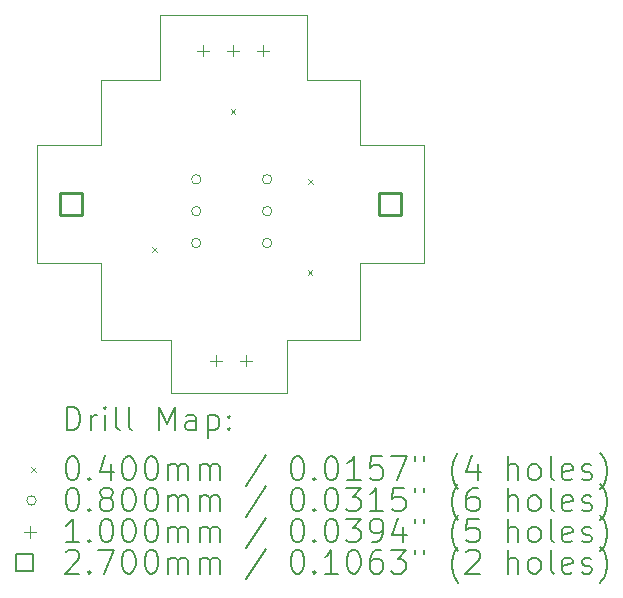
<source format=gbr>
%TF.GenerationSoftware,KiCad,Pcbnew,8.0.5*%
%TF.CreationDate,2024-09-21T18:14:26+02:00*%
%TF.ProjectId,KorryLargePCB_SMD,4b6f7272-794c-4617-9267-655043425f53,rev?*%
%TF.SameCoordinates,Original*%
%TF.FileFunction,Drillmap*%
%TF.FilePolarity,Positive*%
%FSLAX45Y45*%
G04 Gerber Fmt 4.5, Leading zero omitted, Abs format (unit mm)*
G04 Created by KiCad (PCBNEW 8.0.5) date 2024-09-21 18:14:26*
%MOMM*%
%LPD*%
G01*
G04 APERTURE LIST*
%ADD10C,0.100000*%
%ADD11C,0.200000*%
%ADD12C,0.270000*%
G04 APERTURE END LIST*
D10*
X5000000Y-2550000D02*
X5500000Y-2550000D01*
X5500000Y-2000000D02*
X5500000Y-2550000D01*
X7200000Y-4100000D02*
X7200000Y-4750000D01*
X4460000Y-3100000D02*
X5000000Y-3100000D01*
X7740000Y-4100000D02*
X7740000Y-3100000D01*
X5000000Y-4750000D02*
X5000000Y-4100000D01*
X5000000Y-3100000D02*
X5000000Y-2550000D01*
X7200000Y-3100000D02*
X7200000Y-2550000D01*
X6575000Y-5200000D02*
X6575000Y-4750000D01*
X6750000Y-2000000D02*
X6750000Y-2550000D01*
X6575000Y-4750000D02*
X7200000Y-4750000D01*
X5000000Y-4750000D02*
X5600000Y-4750000D01*
X7200000Y-4100000D02*
X7740000Y-4100000D01*
X6575000Y-5200000D02*
X5600000Y-5200000D01*
X5000000Y-4100000D02*
X4460000Y-4100000D01*
X7740000Y-3100000D02*
X7200000Y-3100000D01*
X5600000Y-5200000D02*
X5600000Y-4750000D01*
X4460000Y-4100000D02*
X4460000Y-3100000D01*
X7200000Y-2550000D02*
X6750000Y-2550000D01*
X5500000Y-2000000D02*
X6750000Y-2000000D01*
D11*
D10*
X5435000Y-3962500D02*
X5475000Y-4002500D01*
X5475000Y-3962500D02*
X5435000Y-4002500D01*
X6102500Y-2797500D02*
X6142500Y-2837500D01*
X6142500Y-2797500D02*
X6102500Y-2837500D01*
X6752500Y-4157500D02*
X6792500Y-4197500D01*
X6792500Y-4157500D02*
X6752500Y-4197500D01*
X6757500Y-3390000D02*
X6797500Y-3430000D01*
X6797500Y-3390000D02*
X6757500Y-3430000D01*
X5850000Y-3390000D02*
G75*
G02*
X5770000Y-3390000I-40000J0D01*
G01*
X5770000Y-3390000D02*
G75*
G02*
X5850000Y-3390000I40000J0D01*
G01*
X5850000Y-3660000D02*
G75*
G02*
X5770000Y-3660000I-40000J0D01*
G01*
X5770000Y-3660000D02*
G75*
G02*
X5850000Y-3660000I40000J0D01*
G01*
X5850000Y-3930000D02*
G75*
G02*
X5770000Y-3930000I-40000J0D01*
G01*
X5770000Y-3930000D02*
G75*
G02*
X5850000Y-3930000I40000J0D01*
G01*
X6450000Y-3390000D02*
G75*
G02*
X6370000Y-3390000I-40000J0D01*
G01*
X6370000Y-3390000D02*
G75*
G02*
X6450000Y-3390000I40000J0D01*
G01*
X6450000Y-3660000D02*
G75*
G02*
X6370000Y-3660000I-40000J0D01*
G01*
X6370000Y-3660000D02*
G75*
G02*
X6450000Y-3660000I40000J0D01*
G01*
X6450000Y-3930000D02*
G75*
G02*
X6370000Y-3930000I-40000J0D01*
G01*
X6370000Y-3930000D02*
G75*
G02*
X6450000Y-3930000I40000J0D01*
G01*
X5867000Y-2250000D02*
X5867000Y-2350000D01*
X5817000Y-2300000D02*
X5917000Y-2300000D01*
X5975000Y-4875000D02*
X5975000Y-4975000D01*
X5925000Y-4925000D02*
X6025000Y-4925000D01*
X6121000Y-2250000D02*
X6121000Y-2350000D01*
X6071000Y-2300000D02*
X6171000Y-2300000D01*
X6229000Y-4875000D02*
X6229000Y-4975000D01*
X6179000Y-4925000D02*
X6279000Y-4925000D01*
X6375000Y-2250000D02*
X6375000Y-2350000D01*
X6325000Y-2300000D02*
X6425000Y-2300000D01*
D12*
X4845460Y-3695460D02*
X4845460Y-3504540D01*
X4654540Y-3504540D01*
X4654540Y-3695460D01*
X4845460Y-3695460D01*
X7545460Y-3695460D02*
X7545460Y-3504540D01*
X7354540Y-3504540D01*
X7354540Y-3695460D01*
X7545460Y-3695460D01*
D11*
X4715777Y-5516484D02*
X4715777Y-5316484D01*
X4715777Y-5316484D02*
X4763396Y-5316484D01*
X4763396Y-5316484D02*
X4791967Y-5326008D01*
X4791967Y-5326008D02*
X4811015Y-5345055D01*
X4811015Y-5345055D02*
X4820539Y-5364103D01*
X4820539Y-5364103D02*
X4830063Y-5402198D01*
X4830063Y-5402198D02*
X4830063Y-5430770D01*
X4830063Y-5430770D02*
X4820539Y-5468865D01*
X4820539Y-5468865D02*
X4811015Y-5487912D01*
X4811015Y-5487912D02*
X4791967Y-5506960D01*
X4791967Y-5506960D02*
X4763396Y-5516484D01*
X4763396Y-5516484D02*
X4715777Y-5516484D01*
X4915777Y-5516484D02*
X4915777Y-5383150D01*
X4915777Y-5421246D02*
X4925301Y-5402198D01*
X4925301Y-5402198D02*
X4934824Y-5392674D01*
X4934824Y-5392674D02*
X4953872Y-5383150D01*
X4953872Y-5383150D02*
X4972920Y-5383150D01*
X5039586Y-5516484D02*
X5039586Y-5383150D01*
X5039586Y-5316484D02*
X5030063Y-5326008D01*
X5030063Y-5326008D02*
X5039586Y-5335531D01*
X5039586Y-5335531D02*
X5049110Y-5326008D01*
X5049110Y-5326008D02*
X5039586Y-5316484D01*
X5039586Y-5316484D02*
X5039586Y-5335531D01*
X5163396Y-5516484D02*
X5144348Y-5506960D01*
X5144348Y-5506960D02*
X5134824Y-5487912D01*
X5134824Y-5487912D02*
X5134824Y-5316484D01*
X5268158Y-5516484D02*
X5249110Y-5506960D01*
X5249110Y-5506960D02*
X5239586Y-5487912D01*
X5239586Y-5487912D02*
X5239586Y-5316484D01*
X5496729Y-5516484D02*
X5496729Y-5316484D01*
X5496729Y-5316484D02*
X5563396Y-5459341D01*
X5563396Y-5459341D02*
X5630062Y-5316484D01*
X5630062Y-5316484D02*
X5630062Y-5516484D01*
X5811015Y-5516484D02*
X5811015Y-5411722D01*
X5811015Y-5411722D02*
X5801491Y-5392674D01*
X5801491Y-5392674D02*
X5782443Y-5383150D01*
X5782443Y-5383150D02*
X5744348Y-5383150D01*
X5744348Y-5383150D02*
X5725301Y-5392674D01*
X5811015Y-5506960D02*
X5791967Y-5516484D01*
X5791967Y-5516484D02*
X5744348Y-5516484D01*
X5744348Y-5516484D02*
X5725301Y-5506960D01*
X5725301Y-5506960D02*
X5715777Y-5487912D01*
X5715777Y-5487912D02*
X5715777Y-5468865D01*
X5715777Y-5468865D02*
X5725301Y-5449817D01*
X5725301Y-5449817D02*
X5744348Y-5440293D01*
X5744348Y-5440293D02*
X5791967Y-5440293D01*
X5791967Y-5440293D02*
X5811015Y-5430770D01*
X5906253Y-5383150D02*
X5906253Y-5583150D01*
X5906253Y-5392674D02*
X5925301Y-5383150D01*
X5925301Y-5383150D02*
X5963396Y-5383150D01*
X5963396Y-5383150D02*
X5982443Y-5392674D01*
X5982443Y-5392674D02*
X5991967Y-5402198D01*
X5991967Y-5402198D02*
X6001491Y-5421246D01*
X6001491Y-5421246D02*
X6001491Y-5478389D01*
X6001491Y-5478389D02*
X5991967Y-5497436D01*
X5991967Y-5497436D02*
X5982443Y-5506960D01*
X5982443Y-5506960D02*
X5963396Y-5516484D01*
X5963396Y-5516484D02*
X5925301Y-5516484D01*
X5925301Y-5516484D02*
X5906253Y-5506960D01*
X6087205Y-5497436D02*
X6096729Y-5506960D01*
X6096729Y-5506960D02*
X6087205Y-5516484D01*
X6087205Y-5516484D02*
X6077682Y-5506960D01*
X6077682Y-5506960D02*
X6087205Y-5497436D01*
X6087205Y-5497436D02*
X6087205Y-5516484D01*
X6087205Y-5392674D02*
X6096729Y-5402198D01*
X6096729Y-5402198D02*
X6087205Y-5411722D01*
X6087205Y-5411722D02*
X6077682Y-5402198D01*
X6077682Y-5402198D02*
X6087205Y-5392674D01*
X6087205Y-5392674D02*
X6087205Y-5411722D01*
D10*
X4415000Y-5825000D02*
X4455000Y-5865000D01*
X4455000Y-5825000D02*
X4415000Y-5865000D01*
D11*
X4753872Y-5736484D02*
X4772920Y-5736484D01*
X4772920Y-5736484D02*
X4791967Y-5746008D01*
X4791967Y-5746008D02*
X4801491Y-5755531D01*
X4801491Y-5755531D02*
X4811015Y-5774579D01*
X4811015Y-5774579D02*
X4820539Y-5812674D01*
X4820539Y-5812674D02*
X4820539Y-5860293D01*
X4820539Y-5860293D02*
X4811015Y-5898388D01*
X4811015Y-5898388D02*
X4801491Y-5917436D01*
X4801491Y-5917436D02*
X4791967Y-5926960D01*
X4791967Y-5926960D02*
X4772920Y-5936484D01*
X4772920Y-5936484D02*
X4753872Y-5936484D01*
X4753872Y-5936484D02*
X4734824Y-5926960D01*
X4734824Y-5926960D02*
X4725301Y-5917436D01*
X4725301Y-5917436D02*
X4715777Y-5898388D01*
X4715777Y-5898388D02*
X4706253Y-5860293D01*
X4706253Y-5860293D02*
X4706253Y-5812674D01*
X4706253Y-5812674D02*
X4715777Y-5774579D01*
X4715777Y-5774579D02*
X4725301Y-5755531D01*
X4725301Y-5755531D02*
X4734824Y-5746008D01*
X4734824Y-5746008D02*
X4753872Y-5736484D01*
X4906253Y-5917436D02*
X4915777Y-5926960D01*
X4915777Y-5926960D02*
X4906253Y-5936484D01*
X4906253Y-5936484D02*
X4896729Y-5926960D01*
X4896729Y-5926960D02*
X4906253Y-5917436D01*
X4906253Y-5917436D02*
X4906253Y-5936484D01*
X5087205Y-5803150D02*
X5087205Y-5936484D01*
X5039586Y-5726960D02*
X4991967Y-5869817D01*
X4991967Y-5869817D02*
X5115777Y-5869817D01*
X5230063Y-5736484D02*
X5249110Y-5736484D01*
X5249110Y-5736484D02*
X5268158Y-5746008D01*
X5268158Y-5746008D02*
X5277682Y-5755531D01*
X5277682Y-5755531D02*
X5287205Y-5774579D01*
X5287205Y-5774579D02*
X5296729Y-5812674D01*
X5296729Y-5812674D02*
X5296729Y-5860293D01*
X5296729Y-5860293D02*
X5287205Y-5898388D01*
X5287205Y-5898388D02*
X5277682Y-5917436D01*
X5277682Y-5917436D02*
X5268158Y-5926960D01*
X5268158Y-5926960D02*
X5249110Y-5936484D01*
X5249110Y-5936484D02*
X5230063Y-5936484D01*
X5230063Y-5936484D02*
X5211015Y-5926960D01*
X5211015Y-5926960D02*
X5201491Y-5917436D01*
X5201491Y-5917436D02*
X5191967Y-5898388D01*
X5191967Y-5898388D02*
X5182444Y-5860293D01*
X5182444Y-5860293D02*
X5182444Y-5812674D01*
X5182444Y-5812674D02*
X5191967Y-5774579D01*
X5191967Y-5774579D02*
X5201491Y-5755531D01*
X5201491Y-5755531D02*
X5211015Y-5746008D01*
X5211015Y-5746008D02*
X5230063Y-5736484D01*
X5420539Y-5736484D02*
X5439586Y-5736484D01*
X5439586Y-5736484D02*
X5458634Y-5746008D01*
X5458634Y-5746008D02*
X5468158Y-5755531D01*
X5468158Y-5755531D02*
X5477682Y-5774579D01*
X5477682Y-5774579D02*
X5487205Y-5812674D01*
X5487205Y-5812674D02*
X5487205Y-5860293D01*
X5487205Y-5860293D02*
X5477682Y-5898388D01*
X5477682Y-5898388D02*
X5468158Y-5917436D01*
X5468158Y-5917436D02*
X5458634Y-5926960D01*
X5458634Y-5926960D02*
X5439586Y-5936484D01*
X5439586Y-5936484D02*
X5420539Y-5936484D01*
X5420539Y-5936484D02*
X5401491Y-5926960D01*
X5401491Y-5926960D02*
X5391967Y-5917436D01*
X5391967Y-5917436D02*
X5382444Y-5898388D01*
X5382444Y-5898388D02*
X5372920Y-5860293D01*
X5372920Y-5860293D02*
X5372920Y-5812674D01*
X5372920Y-5812674D02*
X5382444Y-5774579D01*
X5382444Y-5774579D02*
X5391967Y-5755531D01*
X5391967Y-5755531D02*
X5401491Y-5746008D01*
X5401491Y-5746008D02*
X5420539Y-5736484D01*
X5572920Y-5936484D02*
X5572920Y-5803150D01*
X5572920Y-5822198D02*
X5582444Y-5812674D01*
X5582444Y-5812674D02*
X5601491Y-5803150D01*
X5601491Y-5803150D02*
X5630063Y-5803150D01*
X5630063Y-5803150D02*
X5649110Y-5812674D01*
X5649110Y-5812674D02*
X5658634Y-5831722D01*
X5658634Y-5831722D02*
X5658634Y-5936484D01*
X5658634Y-5831722D02*
X5668158Y-5812674D01*
X5668158Y-5812674D02*
X5687205Y-5803150D01*
X5687205Y-5803150D02*
X5715777Y-5803150D01*
X5715777Y-5803150D02*
X5734824Y-5812674D01*
X5734824Y-5812674D02*
X5744348Y-5831722D01*
X5744348Y-5831722D02*
X5744348Y-5936484D01*
X5839586Y-5936484D02*
X5839586Y-5803150D01*
X5839586Y-5822198D02*
X5849110Y-5812674D01*
X5849110Y-5812674D02*
X5868158Y-5803150D01*
X5868158Y-5803150D02*
X5896729Y-5803150D01*
X5896729Y-5803150D02*
X5915777Y-5812674D01*
X5915777Y-5812674D02*
X5925301Y-5831722D01*
X5925301Y-5831722D02*
X5925301Y-5936484D01*
X5925301Y-5831722D02*
X5934824Y-5812674D01*
X5934824Y-5812674D02*
X5953872Y-5803150D01*
X5953872Y-5803150D02*
X5982443Y-5803150D01*
X5982443Y-5803150D02*
X6001491Y-5812674D01*
X6001491Y-5812674D02*
X6011015Y-5831722D01*
X6011015Y-5831722D02*
X6011015Y-5936484D01*
X6401491Y-5726960D02*
X6230063Y-5984103D01*
X6658634Y-5736484D02*
X6677682Y-5736484D01*
X6677682Y-5736484D02*
X6696729Y-5746008D01*
X6696729Y-5746008D02*
X6706253Y-5755531D01*
X6706253Y-5755531D02*
X6715777Y-5774579D01*
X6715777Y-5774579D02*
X6725301Y-5812674D01*
X6725301Y-5812674D02*
X6725301Y-5860293D01*
X6725301Y-5860293D02*
X6715777Y-5898388D01*
X6715777Y-5898388D02*
X6706253Y-5917436D01*
X6706253Y-5917436D02*
X6696729Y-5926960D01*
X6696729Y-5926960D02*
X6677682Y-5936484D01*
X6677682Y-5936484D02*
X6658634Y-5936484D01*
X6658634Y-5936484D02*
X6639586Y-5926960D01*
X6639586Y-5926960D02*
X6630063Y-5917436D01*
X6630063Y-5917436D02*
X6620539Y-5898388D01*
X6620539Y-5898388D02*
X6611015Y-5860293D01*
X6611015Y-5860293D02*
X6611015Y-5812674D01*
X6611015Y-5812674D02*
X6620539Y-5774579D01*
X6620539Y-5774579D02*
X6630063Y-5755531D01*
X6630063Y-5755531D02*
X6639586Y-5746008D01*
X6639586Y-5746008D02*
X6658634Y-5736484D01*
X6811015Y-5917436D02*
X6820539Y-5926960D01*
X6820539Y-5926960D02*
X6811015Y-5936484D01*
X6811015Y-5936484D02*
X6801491Y-5926960D01*
X6801491Y-5926960D02*
X6811015Y-5917436D01*
X6811015Y-5917436D02*
X6811015Y-5936484D01*
X6944348Y-5736484D02*
X6963396Y-5736484D01*
X6963396Y-5736484D02*
X6982444Y-5746008D01*
X6982444Y-5746008D02*
X6991967Y-5755531D01*
X6991967Y-5755531D02*
X7001491Y-5774579D01*
X7001491Y-5774579D02*
X7011015Y-5812674D01*
X7011015Y-5812674D02*
X7011015Y-5860293D01*
X7011015Y-5860293D02*
X7001491Y-5898388D01*
X7001491Y-5898388D02*
X6991967Y-5917436D01*
X6991967Y-5917436D02*
X6982444Y-5926960D01*
X6982444Y-5926960D02*
X6963396Y-5936484D01*
X6963396Y-5936484D02*
X6944348Y-5936484D01*
X6944348Y-5936484D02*
X6925301Y-5926960D01*
X6925301Y-5926960D02*
X6915777Y-5917436D01*
X6915777Y-5917436D02*
X6906253Y-5898388D01*
X6906253Y-5898388D02*
X6896729Y-5860293D01*
X6896729Y-5860293D02*
X6896729Y-5812674D01*
X6896729Y-5812674D02*
X6906253Y-5774579D01*
X6906253Y-5774579D02*
X6915777Y-5755531D01*
X6915777Y-5755531D02*
X6925301Y-5746008D01*
X6925301Y-5746008D02*
X6944348Y-5736484D01*
X7201491Y-5936484D02*
X7087206Y-5936484D01*
X7144348Y-5936484D02*
X7144348Y-5736484D01*
X7144348Y-5736484D02*
X7125301Y-5765055D01*
X7125301Y-5765055D02*
X7106253Y-5784103D01*
X7106253Y-5784103D02*
X7087206Y-5793627D01*
X7382444Y-5736484D02*
X7287206Y-5736484D01*
X7287206Y-5736484D02*
X7277682Y-5831722D01*
X7277682Y-5831722D02*
X7287206Y-5822198D01*
X7287206Y-5822198D02*
X7306253Y-5812674D01*
X7306253Y-5812674D02*
X7353872Y-5812674D01*
X7353872Y-5812674D02*
X7372920Y-5822198D01*
X7372920Y-5822198D02*
X7382444Y-5831722D01*
X7382444Y-5831722D02*
X7391967Y-5850769D01*
X7391967Y-5850769D02*
X7391967Y-5898388D01*
X7391967Y-5898388D02*
X7382444Y-5917436D01*
X7382444Y-5917436D02*
X7372920Y-5926960D01*
X7372920Y-5926960D02*
X7353872Y-5936484D01*
X7353872Y-5936484D02*
X7306253Y-5936484D01*
X7306253Y-5936484D02*
X7287206Y-5926960D01*
X7287206Y-5926960D02*
X7277682Y-5917436D01*
X7458634Y-5736484D02*
X7591967Y-5736484D01*
X7591967Y-5736484D02*
X7506253Y-5936484D01*
X7658634Y-5736484D02*
X7658634Y-5774579D01*
X7734825Y-5736484D02*
X7734825Y-5774579D01*
X8030063Y-6012674D02*
X8020539Y-6003150D01*
X8020539Y-6003150D02*
X8001491Y-5974579D01*
X8001491Y-5974579D02*
X7991968Y-5955531D01*
X7991968Y-5955531D02*
X7982444Y-5926960D01*
X7982444Y-5926960D02*
X7972920Y-5879341D01*
X7972920Y-5879341D02*
X7972920Y-5841246D01*
X7972920Y-5841246D02*
X7982444Y-5793627D01*
X7982444Y-5793627D02*
X7991968Y-5765055D01*
X7991968Y-5765055D02*
X8001491Y-5746008D01*
X8001491Y-5746008D02*
X8020539Y-5717436D01*
X8020539Y-5717436D02*
X8030063Y-5707912D01*
X8191968Y-5803150D02*
X8191968Y-5936484D01*
X8144348Y-5726960D02*
X8096729Y-5869817D01*
X8096729Y-5869817D02*
X8220539Y-5869817D01*
X8449111Y-5936484D02*
X8449111Y-5736484D01*
X8534825Y-5936484D02*
X8534825Y-5831722D01*
X8534825Y-5831722D02*
X8525301Y-5812674D01*
X8525301Y-5812674D02*
X8506253Y-5803150D01*
X8506253Y-5803150D02*
X8477682Y-5803150D01*
X8477682Y-5803150D02*
X8458634Y-5812674D01*
X8458634Y-5812674D02*
X8449111Y-5822198D01*
X8658634Y-5936484D02*
X8639587Y-5926960D01*
X8639587Y-5926960D02*
X8630063Y-5917436D01*
X8630063Y-5917436D02*
X8620539Y-5898388D01*
X8620539Y-5898388D02*
X8620539Y-5841246D01*
X8620539Y-5841246D02*
X8630063Y-5822198D01*
X8630063Y-5822198D02*
X8639587Y-5812674D01*
X8639587Y-5812674D02*
X8658634Y-5803150D01*
X8658634Y-5803150D02*
X8687206Y-5803150D01*
X8687206Y-5803150D02*
X8706253Y-5812674D01*
X8706253Y-5812674D02*
X8715777Y-5822198D01*
X8715777Y-5822198D02*
X8725301Y-5841246D01*
X8725301Y-5841246D02*
X8725301Y-5898388D01*
X8725301Y-5898388D02*
X8715777Y-5917436D01*
X8715777Y-5917436D02*
X8706253Y-5926960D01*
X8706253Y-5926960D02*
X8687206Y-5936484D01*
X8687206Y-5936484D02*
X8658634Y-5936484D01*
X8839587Y-5936484D02*
X8820539Y-5926960D01*
X8820539Y-5926960D02*
X8811015Y-5907912D01*
X8811015Y-5907912D02*
X8811015Y-5736484D01*
X8991968Y-5926960D02*
X8972920Y-5936484D01*
X8972920Y-5936484D02*
X8934825Y-5936484D01*
X8934825Y-5936484D02*
X8915777Y-5926960D01*
X8915777Y-5926960D02*
X8906253Y-5907912D01*
X8906253Y-5907912D02*
X8906253Y-5831722D01*
X8906253Y-5831722D02*
X8915777Y-5812674D01*
X8915777Y-5812674D02*
X8934825Y-5803150D01*
X8934825Y-5803150D02*
X8972920Y-5803150D01*
X8972920Y-5803150D02*
X8991968Y-5812674D01*
X8991968Y-5812674D02*
X9001492Y-5831722D01*
X9001492Y-5831722D02*
X9001492Y-5850769D01*
X9001492Y-5850769D02*
X8906253Y-5869817D01*
X9077682Y-5926960D02*
X9096730Y-5936484D01*
X9096730Y-5936484D02*
X9134825Y-5936484D01*
X9134825Y-5936484D02*
X9153873Y-5926960D01*
X9153873Y-5926960D02*
X9163396Y-5907912D01*
X9163396Y-5907912D02*
X9163396Y-5898388D01*
X9163396Y-5898388D02*
X9153873Y-5879341D01*
X9153873Y-5879341D02*
X9134825Y-5869817D01*
X9134825Y-5869817D02*
X9106253Y-5869817D01*
X9106253Y-5869817D02*
X9087206Y-5860293D01*
X9087206Y-5860293D02*
X9077682Y-5841246D01*
X9077682Y-5841246D02*
X9077682Y-5831722D01*
X9077682Y-5831722D02*
X9087206Y-5812674D01*
X9087206Y-5812674D02*
X9106253Y-5803150D01*
X9106253Y-5803150D02*
X9134825Y-5803150D01*
X9134825Y-5803150D02*
X9153873Y-5812674D01*
X9230063Y-6012674D02*
X9239587Y-6003150D01*
X9239587Y-6003150D02*
X9258634Y-5974579D01*
X9258634Y-5974579D02*
X9268158Y-5955531D01*
X9268158Y-5955531D02*
X9277682Y-5926960D01*
X9277682Y-5926960D02*
X9287206Y-5879341D01*
X9287206Y-5879341D02*
X9287206Y-5841246D01*
X9287206Y-5841246D02*
X9277682Y-5793627D01*
X9277682Y-5793627D02*
X9268158Y-5765055D01*
X9268158Y-5765055D02*
X9258634Y-5746008D01*
X9258634Y-5746008D02*
X9239587Y-5717436D01*
X9239587Y-5717436D02*
X9230063Y-5707912D01*
D10*
X4455000Y-6109000D02*
G75*
G02*
X4375000Y-6109000I-40000J0D01*
G01*
X4375000Y-6109000D02*
G75*
G02*
X4455000Y-6109000I40000J0D01*
G01*
D11*
X4753872Y-6000484D02*
X4772920Y-6000484D01*
X4772920Y-6000484D02*
X4791967Y-6010008D01*
X4791967Y-6010008D02*
X4801491Y-6019531D01*
X4801491Y-6019531D02*
X4811015Y-6038579D01*
X4811015Y-6038579D02*
X4820539Y-6076674D01*
X4820539Y-6076674D02*
X4820539Y-6124293D01*
X4820539Y-6124293D02*
X4811015Y-6162388D01*
X4811015Y-6162388D02*
X4801491Y-6181436D01*
X4801491Y-6181436D02*
X4791967Y-6190960D01*
X4791967Y-6190960D02*
X4772920Y-6200484D01*
X4772920Y-6200484D02*
X4753872Y-6200484D01*
X4753872Y-6200484D02*
X4734824Y-6190960D01*
X4734824Y-6190960D02*
X4725301Y-6181436D01*
X4725301Y-6181436D02*
X4715777Y-6162388D01*
X4715777Y-6162388D02*
X4706253Y-6124293D01*
X4706253Y-6124293D02*
X4706253Y-6076674D01*
X4706253Y-6076674D02*
X4715777Y-6038579D01*
X4715777Y-6038579D02*
X4725301Y-6019531D01*
X4725301Y-6019531D02*
X4734824Y-6010008D01*
X4734824Y-6010008D02*
X4753872Y-6000484D01*
X4906253Y-6181436D02*
X4915777Y-6190960D01*
X4915777Y-6190960D02*
X4906253Y-6200484D01*
X4906253Y-6200484D02*
X4896729Y-6190960D01*
X4896729Y-6190960D02*
X4906253Y-6181436D01*
X4906253Y-6181436D02*
X4906253Y-6200484D01*
X5030063Y-6086198D02*
X5011015Y-6076674D01*
X5011015Y-6076674D02*
X5001491Y-6067150D01*
X5001491Y-6067150D02*
X4991967Y-6048103D01*
X4991967Y-6048103D02*
X4991967Y-6038579D01*
X4991967Y-6038579D02*
X5001491Y-6019531D01*
X5001491Y-6019531D02*
X5011015Y-6010008D01*
X5011015Y-6010008D02*
X5030063Y-6000484D01*
X5030063Y-6000484D02*
X5068158Y-6000484D01*
X5068158Y-6000484D02*
X5087205Y-6010008D01*
X5087205Y-6010008D02*
X5096729Y-6019531D01*
X5096729Y-6019531D02*
X5106253Y-6038579D01*
X5106253Y-6038579D02*
X5106253Y-6048103D01*
X5106253Y-6048103D02*
X5096729Y-6067150D01*
X5096729Y-6067150D02*
X5087205Y-6076674D01*
X5087205Y-6076674D02*
X5068158Y-6086198D01*
X5068158Y-6086198D02*
X5030063Y-6086198D01*
X5030063Y-6086198D02*
X5011015Y-6095722D01*
X5011015Y-6095722D02*
X5001491Y-6105246D01*
X5001491Y-6105246D02*
X4991967Y-6124293D01*
X4991967Y-6124293D02*
X4991967Y-6162388D01*
X4991967Y-6162388D02*
X5001491Y-6181436D01*
X5001491Y-6181436D02*
X5011015Y-6190960D01*
X5011015Y-6190960D02*
X5030063Y-6200484D01*
X5030063Y-6200484D02*
X5068158Y-6200484D01*
X5068158Y-6200484D02*
X5087205Y-6190960D01*
X5087205Y-6190960D02*
X5096729Y-6181436D01*
X5096729Y-6181436D02*
X5106253Y-6162388D01*
X5106253Y-6162388D02*
X5106253Y-6124293D01*
X5106253Y-6124293D02*
X5096729Y-6105246D01*
X5096729Y-6105246D02*
X5087205Y-6095722D01*
X5087205Y-6095722D02*
X5068158Y-6086198D01*
X5230063Y-6000484D02*
X5249110Y-6000484D01*
X5249110Y-6000484D02*
X5268158Y-6010008D01*
X5268158Y-6010008D02*
X5277682Y-6019531D01*
X5277682Y-6019531D02*
X5287205Y-6038579D01*
X5287205Y-6038579D02*
X5296729Y-6076674D01*
X5296729Y-6076674D02*
X5296729Y-6124293D01*
X5296729Y-6124293D02*
X5287205Y-6162388D01*
X5287205Y-6162388D02*
X5277682Y-6181436D01*
X5277682Y-6181436D02*
X5268158Y-6190960D01*
X5268158Y-6190960D02*
X5249110Y-6200484D01*
X5249110Y-6200484D02*
X5230063Y-6200484D01*
X5230063Y-6200484D02*
X5211015Y-6190960D01*
X5211015Y-6190960D02*
X5201491Y-6181436D01*
X5201491Y-6181436D02*
X5191967Y-6162388D01*
X5191967Y-6162388D02*
X5182444Y-6124293D01*
X5182444Y-6124293D02*
X5182444Y-6076674D01*
X5182444Y-6076674D02*
X5191967Y-6038579D01*
X5191967Y-6038579D02*
X5201491Y-6019531D01*
X5201491Y-6019531D02*
X5211015Y-6010008D01*
X5211015Y-6010008D02*
X5230063Y-6000484D01*
X5420539Y-6000484D02*
X5439586Y-6000484D01*
X5439586Y-6000484D02*
X5458634Y-6010008D01*
X5458634Y-6010008D02*
X5468158Y-6019531D01*
X5468158Y-6019531D02*
X5477682Y-6038579D01*
X5477682Y-6038579D02*
X5487205Y-6076674D01*
X5487205Y-6076674D02*
X5487205Y-6124293D01*
X5487205Y-6124293D02*
X5477682Y-6162388D01*
X5477682Y-6162388D02*
X5468158Y-6181436D01*
X5468158Y-6181436D02*
X5458634Y-6190960D01*
X5458634Y-6190960D02*
X5439586Y-6200484D01*
X5439586Y-6200484D02*
X5420539Y-6200484D01*
X5420539Y-6200484D02*
X5401491Y-6190960D01*
X5401491Y-6190960D02*
X5391967Y-6181436D01*
X5391967Y-6181436D02*
X5382444Y-6162388D01*
X5382444Y-6162388D02*
X5372920Y-6124293D01*
X5372920Y-6124293D02*
X5372920Y-6076674D01*
X5372920Y-6076674D02*
X5382444Y-6038579D01*
X5382444Y-6038579D02*
X5391967Y-6019531D01*
X5391967Y-6019531D02*
X5401491Y-6010008D01*
X5401491Y-6010008D02*
X5420539Y-6000484D01*
X5572920Y-6200484D02*
X5572920Y-6067150D01*
X5572920Y-6086198D02*
X5582444Y-6076674D01*
X5582444Y-6076674D02*
X5601491Y-6067150D01*
X5601491Y-6067150D02*
X5630063Y-6067150D01*
X5630063Y-6067150D02*
X5649110Y-6076674D01*
X5649110Y-6076674D02*
X5658634Y-6095722D01*
X5658634Y-6095722D02*
X5658634Y-6200484D01*
X5658634Y-6095722D02*
X5668158Y-6076674D01*
X5668158Y-6076674D02*
X5687205Y-6067150D01*
X5687205Y-6067150D02*
X5715777Y-6067150D01*
X5715777Y-6067150D02*
X5734824Y-6076674D01*
X5734824Y-6076674D02*
X5744348Y-6095722D01*
X5744348Y-6095722D02*
X5744348Y-6200484D01*
X5839586Y-6200484D02*
X5839586Y-6067150D01*
X5839586Y-6086198D02*
X5849110Y-6076674D01*
X5849110Y-6076674D02*
X5868158Y-6067150D01*
X5868158Y-6067150D02*
X5896729Y-6067150D01*
X5896729Y-6067150D02*
X5915777Y-6076674D01*
X5915777Y-6076674D02*
X5925301Y-6095722D01*
X5925301Y-6095722D02*
X5925301Y-6200484D01*
X5925301Y-6095722D02*
X5934824Y-6076674D01*
X5934824Y-6076674D02*
X5953872Y-6067150D01*
X5953872Y-6067150D02*
X5982443Y-6067150D01*
X5982443Y-6067150D02*
X6001491Y-6076674D01*
X6001491Y-6076674D02*
X6011015Y-6095722D01*
X6011015Y-6095722D02*
X6011015Y-6200484D01*
X6401491Y-5990960D02*
X6230063Y-6248103D01*
X6658634Y-6000484D02*
X6677682Y-6000484D01*
X6677682Y-6000484D02*
X6696729Y-6010008D01*
X6696729Y-6010008D02*
X6706253Y-6019531D01*
X6706253Y-6019531D02*
X6715777Y-6038579D01*
X6715777Y-6038579D02*
X6725301Y-6076674D01*
X6725301Y-6076674D02*
X6725301Y-6124293D01*
X6725301Y-6124293D02*
X6715777Y-6162388D01*
X6715777Y-6162388D02*
X6706253Y-6181436D01*
X6706253Y-6181436D02*
X6696729Y-6190960D01*
X6696729Y-6190960D02*
X6677682Y-6200484D01*
X6677682Y-6200484D02*
X6658634Y-6200484D01*
X6658634Y-6200484D02*
X6639586Y-6190960D01*
X6639586Y-6190960D02*
X6630063Y-6181436D01*
X6630063Y-6181436D02*
X6620539Y-6162388D01*
X6620539Y-6162388D02*
X6611015Y-6124293D01*
X6611015Y-6124293D02*
X6611015Y-6076674D01*
X6611015Y-6076674D02*
X6620539Y-6038579D01*
X6620539Y-6038579D02*
X6630063Y-6019531D01*
X6630063Y-6019531D02*
X6639586Y-6010008D01*
X6639586Y-6010008D02*
X6658634Y-6000484D01*
X6811015Y-6181436D02*
X6820539Y-6190960D01*
X6820539Y-6190960D02*
X6811015Y-6200484D01*
X6811015Y-6200484D02*
X6801491Y-6190960D01*
X6801491Y-6190960D02*
X6811015Y-6181436D01*
X6811015Y-6181436D02*
X6811015Y-6200484D01*
X6944348Y-6000484D02*
X6963396Y-6000484D01*
X6963396Y-6000484D02*
X6982444Y-6010008D01*
X6982444Y-6010008D02*
X6991967Y-6019531D01*
X6991967Y-6019531D02*
X7001491Y-6038579D01*
X7001491Y-6038579D02*
X7011015Y-6076674D01*
X7011015Y-6076674D02*
X7011015Y-6124293D01*
X7011015Y-6124293D02*
X7001491Y-6162388D01*
X7001491Y-6162388D02*
X6991967Y-6181436D01*
X6991967Y-6181436D02*
X6982444Y-6190960D01*
X6982444Y-6190960D02*
X6963396Y-6200484D01*
X6963396Y-6200484D02*
X6944348Y-6200484D01*
X6944348Y-6200484D02*
X6925301Y-6190960D01*
X6925301Y-6190960D02*
X6915777Y-6181436D01*
X6915777Y-6181436D02*
X6906253Y-6162388D01*
X6906253Y-6162388D02*
X6896729Y-6124293D01*
X6896729Y-6124293D02*
X6896729Y-6076674D01*
X6896729Y-6076674D02*
X6906253Y-6038579D01*
X6906253Y-6038579D02*
X6915777Y-6019531D01*
X6915777Y-6019531D02*
X6925301Y-6010008D01*
X6925301Y-6010008D02*
X6944348Y-6000484D01*
X7077682Y-6000484D02*
X7201491Y-6000484D01*
X7201491Y-6000484D02*
X7134825Y-6076674D01*
X7134825Y-6076674D02*
X7163396Y-6076674D01*
X7163396Y-6076674D02*
X7182444Y-6086198D01*
X7182444Y-6086198D02*
X7191967Y-6095722D01*
X7191967Y-6095722D02*
X7201491Y-6114769D01*
X7201491Y-6114769D02*
X7201491Y-6162388D01*
X7201491Y-6162388D02*
X7191967Y-6181436D01*
X7191967Y-6181436D02*
X7182444Y-6190960D01*
X7182444Y-6190960D02*
X7163396Y-6200484D01*
X7163396Y-6200484D02*
X7106253Y-6200484D01*
X7106253Y-6200484D02*
X7087206Y-6190960D01*
X7087206Y-6190960D02*
X7077682Y-6181436D01*
X7391967Y-6200484D02*
X7277682Y-6200484D01*
X7334825Y-6200484D02*
X7334825Y-6000484D01*
X7334825Y-6000484D02*
X7315777Y-6029055D01*
X7315777Y-6029055D02*
X7296729Y-6048103D01*
X7296729Y-6048103D02*
X7277682Y-6057627D01*
X7572920Y-6000484D02*
X7477682Y-6000484D01*
X7477682Y-6000484D02*
X7468158Y-6095722D01*
X7468158Y-6095722D02*
X7477682Y-6086198D01*
X7477682Y-6086198D02*
X7496729Y-6076674D01*
X7496729Y-6076674D02*
X7544348Y-6076674D01*
X7544348Y-6076674D02*
X7563396Y-6086198D01*
X7563396Y-6086198D02*
X7572920Y-6095722D01*
X7572920Y-6095722D02*
X7582444Y-6114769D01*
X7582444Y-6114769D02*
X7582444Y-6162388D01*
X7582444Y-6162388D02*
X7572920Y-6181436D01*
X7572920Y-6181436D02*
X7563396Y-6190960D01*
X7563396Y-6190960D02*
X7544348Y-6200484D01*
X7544348Y-6200484D02*
X7496729Y-6200484D01*
X7496729Y-6200484D02*
X7477682Y-6190960D01*
X7477682Y-6190960D02*
X7468158Y-6181436D01*
X7658634Y-6000484D02*
X7658634Y-6038579D01*
X7734825Y-6000484D02*
X7734825Y-6038579D01*
X8030063Y-6276674D02*
X8020539Y-6267150D01*
X8020539Y-6267150D02*
X8001491Y-6238579D01*
X8001491Y-6238579D02*
X7991968Y-6219531D01*
X7991968Y-6219531D02*
X7982444Y-6190960D01*
X7982444Y-6190960D02*
X7972920Y-6143341D01*
X7972920Y-6143341D02*
X7972920Y-6105246D01*
X7972920Y-6105246D02*
X7982444Y-6057627D01*
X7982444Y-6057627D02*
X7991968Y-6029055D01*
X7991968Y-6029055D02*
X8001491Y-6010008D01*
X8001491Y-6010008D02*
X8020539Y-5981436D01*
X8020539Y-5981436D02*
X8030063Y-5971912D01*
X8191968Y-6000484D02*
X8153872Y-6000484D01*
X8153872Y-6000484D02*
X8134825Y-6010008D01*
X8134825Y-6010008D02*
X8125301Y-6019531D01*
X8125301Y-6019531D02*
X8106253Y-6048103D01*
X8106253Y-6048103D02*
X8096729Y-6086198D01*
X8096729Y-6086198D02*
X8096729Y-6162388D01*
X8096729Y-6162388D02*
X8106253Y-6181436D01*
X8106253Y-6181436D02*
X8115777Y-6190960D01*
X8115777Y-6190960D02*
X8134825Y-6200484D01*
X8134825Y-6200484D02*
X8172920Y-6200484D01*
X8172920Y-6200484D02*
X8191968Y-6190960D01*
X8191968Y-6190960D02*
X8201491Y-6181436D01*
X8201491Y-6181436D02*
X8211015Y-6162388D01*
X8211015Y-6162388D02*
X8211015Y-6114769D01*
X8211015Y-6114769D02*
X8201491Y-6095722D01*
X8201491Y-6095722D02*
X8191968Y-6086198D01*
X8191968Y-6086198D02*
X8172920Y-6076674D01*
X8172920Y-6076674D02*
X8134825Y-6076674D01*
X8134825Y-6076674D02*
X8115777Y-6086198D01*
X8115777Y-6086198D02*
X8106253Y-6095722D01*
X8106253Y-6095722D02*
X8096729Y-6114769D01*
X8449111Y-6200484D02*
X8449111Y-6000484D01*
X8534825Y-6200484D02*
X8534825Y-6095722D01*
X8534825Y-6095722D02*
X8525301Y-6076674D01*
X8525301Y-6076674D02*
X8506253Y-6067150D01*
X8506253Y-6067150D02*
X8477682Y-6067150D01*
X8477682Y-6067150D02*
X8458634Y-6076674D01*
X8458634Y-6076674D02*
X8449111Y-6086198D01*
X8658634Y-6200484D02*
X8639587Y-6190960D01*
X8639587Y-6190960D02*
X8630063Y-6181436D01*
X8630063Y-6181436D02*
X8620539Y-6162388D01*
X8620539Y-6162388D02*
X8620539Y-6105246D01*
X8620539Y-6105246D02*
X8630063Y-6086198D01*
X8630063Y-6086198D02*
X8639587Y-6076674D01*
X8639587Y-6076674D02*
X8658634Y-6067150D01*
X8658634Y-6067150D02*
X8687206Y-6067150D01*
X8687206Y-6067150D02*
X8706253Y-6076674D01*
X8706253Y-6076674D02*
X8715777Y-6086198D01*
X8715777Y-6086198D02*
X8725301Y-6105246D01*
X8725301Y-6105246D02*
X8725301Y-6162388D01*
X8725301Y-6162388D02*
X8715777Y-6181436D01*
X8715777Y-6181436D02*
X8706253Y-6190960D01*
X8706253Y-6190960D02*
X8687206Y-6200484D01*
X8687206Y-6200484D02*
X8658634Y-6200484D01*
X8839587Y-6200484D02*
X8820539Y-6190960D01*
X8820539Y-6190960D02*
X8811015Y-6171912D01*
X8811015Y-6171912D02*
X8811015Y-6000484D01*
X8991968Y-6190960D02*
X8972920Y-6200484D01*
X8972920Y-6200484D02*
X8934825Y-6200484D01*
X8934825Y-6200484D02*
X8915777Y-6190960D01*
X8915777Y-6190960D02*
X8906253Y-6171912D01*
X8906253Y-6171912D02*
X8906253Y-6095722D01*
X8906253Y-6095722D02*
X8915777Y-6076674D01*
X8915777Y-6076674D02*
X8934825Y-6067150D01*
X8934825Y-6067150D02*
X8972920Y-6067150D01*
X8972920Y-6067150D02*
X8991968Y-6076674D01*
X8991968Y-6076674D02*
X9001492Y-6095722D01*
X9001492Y-6095722D02*
X9001492Y-6114769D01*
X9001492Y-6114769D02*
X8906253Y-6133817D01*
X9077682Y-6190960D02*
X9096730Y-6200484D01*
X9096730Y-6200484D02*
X9134825Y-6200484D01*
X9134825Y-6200484D02*
X9153873Y-6190960D01*
X9153873Y-6190960D02*
X9163396Y-6171912D01*
X9163396Y-6171912D02*
X9163396Y-6162388D01*
X9163396Y-6162388D02*
X9153873Y-6143341D01*
X9153873Y-6143341D02*
X9134825Y-6133817D01*
X9134825Y-6133817D02*
X9106253Y-6133817D01*
X9106253Y-6133817D02*
X9087206Y-6124293D01*
X9087206Y-6124293D02*
X9077682Y-6105246D01*
X9077682Y-6105246D02*
X9077682Y-6095722D01*
X9077682Y-6095722D02*
X9087206Y-6076674D01*
X9087206Y-6076674D02*
X9106253Y-6067150D01*
X9106253Y-6067150D02*
X9134825Y-6067150D01*
X9134825Y-6067150D02*
X9153873Y-6076674D01*
X9230063Y-6276674D02*
X9239587Y-6267150D01*
X9239587Y-6267150D02*
X9258634Y-6238579D01*
X9258634Y-6238579D02*
X9268158Y-6219531D01*
X9268158Y-6219531D02*
X9277682Y-6190960D01*
X9277682Y-6190960D02*
X9287206Y-6143341D01*
X9287206Y-6143341D02*
X9287206Y-6105246D01*
X9287206Y-6105246D02*
X9277682Y-6057627D01*
X9277682Y-6057627D02*
X9268158Y-6029055D01*
X9268158Y-6029055D02*
X9258634Y-6010008D01*
X9258634Y-6010008D02*
X9239587Y-5981436D01*
X9239587Y-5981436D02*
X9230063Y-5971912D01*
D10*
X4405000Y-6323000D02*
X4405000Y-6423000D01*
X4355000Y-6373000D02*
X4455000Y-6373000D01*
D11*
X4820539Y-6464484D02*
X4706253Y-6464484D01*
X4763396Y-6464484D02*
X4763396Y-6264484D01*
X4763396Y-6264484D02*
X4744348Y-6293055D01*
X4744348Y-6293055D02*
X4725301Y-6312103D01*
X4725301Y-6312103D02*
X4706253Y-6321627D01*
X4906253Y-6445436D02*
X4915777Y-6454960D01*
X4915777Y-6454960D02*
X4906253Y-6464484D01*
X4906253Y-6464484D02*
X4896729Y-6454960D01*
X4896729Y-6454960D02*
X4906253Y-6445436D01*
X4906253Y-6445436D02*
X4906253Y-6464484D01*
X5039586Y-6264484D02*
X5058634Y-6264484D01*
X5058634Y-6264484D02*
X5077682Y-6274008D01*
X5077682Y-6274008D02*
X5087205Y-6283531D01*
X5087205Y-6283531D02*
X5096729Y-6302579D01*
X5096729Y-6302579D02*
X5106253Y-6340674D01*
X5106253Y-6340674D02*
X5106253Y-6388293D01*
X5106253Y-6388293D02*
X5096729Y-6426388D01*
X5096729Y-6426388D02*
X5087205Y-6445436D01*
X5087205Y-6445436D02*
X5077682Y-6454960D01*
X5077682Y-6454960D02*
X5058634Y-6464484D01*
X5058634Y-6464484D02*
X5039586Y-6464484D01*
X5039586Y-6464484D02*
X5020539Y-6454960D01*
X5020539Y-6454960D02*
X5011015Y-6445436D01*
X5011015Y-6445436D02*
X5001491Y-6426388D01*
X5001491Y-6426388D02*
X4991967Y-6388293D01*
X4991967Y-6388293D02*
X4991967Y-6340674D01*
X4991967Y-6340674D02*
X5001491Y-6302579D01*
X5001491Y-6302579D02*
X5011015Y-6283531D01*
X5011015Y-6283531D02*
X5020539Y-6274008D01*
X5020539Y-6274008D02*
X5039586Y-6264484D01*
X5230063Y-6264484D02*
X5249110Y-6264484D01*
X5249110Y-6264484D02*
X5268158Y-6274008D01*
X5268158Y-6274008D02*
X5277682Y-6283531D01*
X5277682Y-6283531D02*
X5287205Y-6302579D01*
X5287205Y-6302579D02*
X5296729Y-6340674D01*
X5296729Y-6340674D02*
X5296729Y-6388293D01*
X5296729Y-6388293D02*
X5287205Y-6426388D01*
X5287205Y-6426388D02*
X5277682Y-6445436D01*
X5277682Y-6445436D02*
X5268158Y-6454960D01*
X5268158Y-6454960D02*
X5249110Y-6464484D01*
X5249110Y-6464484D02*
X5230063Y-6464484D01*
X5230063Y-6464484D02*
X5211015Y-6454960D01*
X5211015Y-6454960D02*
X5201491Y-6445436D01*
X5201491Y-6445436D02*
X5191967Y-6426388D01*
X5191967Y-6426388D02*
X5182444Y-6388293D01*
X5182444Y-6388293D02*
X5182444Y-6340674D01*
X5182444Y-6340674D02*
X5191967Y-6302579D01*
X5191967Y-6302579D02*
X5201491Y-6283531D01*
X5201491Y-6283531D02*
X5211015Y-6274008D01*
X5211015Y-6274008D02*
X5230063Y-6264484D01*
X5420539Y-6264484D02*
X5439586Y-6264484D01*
X5439586Y-6264484D02*
X5458634Y-6274008D01*
X5458634Y-6274008D02*
X5468158Y-6283531D01*
X5468158Y-6283531D02*
X5477682Y-6302579D01*
X5477682Y-6302579D02*
X5487205Y-6340674D01*
X5487205Y-6340674D02*
X5487205Y-6388293D01*
X5487205Y-6388293D02*
X5477682Y-6426388D01*
X5477682Y-6426388D02*
X5468158Y-6445436D01*
X5468158Y-6445436D02*
X5458634Y-6454960D01*
X5458634Y-6454960D02*
X5439586Y-6464484D01*
X5439586Y-6464484D02*
X5420539Y-6464484D01*
X5420539Y-6464484D02*
X5401491Y-6454960D01*
X5401491Y-6454960D02*
X5391967Y-6445436D01*
X5391967Y-6445436D02*
X5382444Y-6426388D01*
X5382444Y-6426388D02*
X5372920Y-6388293D01*
X5372920Y-6388293D02*
X5372920Y-6340674D01*
X5372920Y-6340674D02*
X5382444Y-6302579D01*
X5382444Y-6302579D02*
X5391967Y-6283531D01*
X5391967Y-6283531D02*
X5401491Y-6274008D01*
X5401491Y-6274008D02*
X5420539Y-6264484D01*
X5572920Y-6464484D02*
X5572920Y-6331150D01*
X5572920Y-6350198D02*
X5582444Y-6340674D01*
X5582444Y-6340674D02*
X5601491Y-6331150D01*
X5601491Y-6331150D02*
X5630063Y-6331150D01*
X5630063Y-6331150D02*
X5649110Y-6340674D01*
X5649110Y-6340674D02*
X5658634Y-6359722D01*
X5658634Y-6359722D02*
X5658634Y-6464484D01*
X5658634Y-6359722D02*
X5668158Y-6340674D01*
X5668158Y-6340674D02*
X5687205Y-6331150D01*
X5687205Y-6331150D02*
X5715777Y-6331150D01*
X5715777Y-6331150D02*
X5734824Y-6340674D01*
X5734824Y-6340674D02*
X5744348Y-6359722D01*
X5744348Y-6359722D02*
X5744348Y-6464484D01*
X5839586Y-6464484D02*
X5839586Y-6331150D01*
X5839586Y-6350198D02*
X5849110Y-6340674D01*
X5849110Y-6340674D02*
X5868158Y-6331150D01*
X5868158Y-6331150D02*
X5896729Y-6331150D01*
X5896729Y-6331150D02*
X5915777Y-6340674D01*
X5915777Y-6340674D02*
X5925301Y-6359722D01*
X5925301Y-6359722D02*
X5925301Y-6464484D01*
X5925301Y-6359722D02*
X5934824Y-6340674D01*
X5934824Y-6340674D02*
X5953872Y-6331150D01*
X5953872Y-6331150D02*
X5982443Y-6331150D01*
X5982443Y-6331150D02*
X6001491Y-6340674D01*
X6001491Y-6340674D02*
X6011015Y-6359722D01*
X6011015Y-6359722D02*
X6011015Y-6464484D01*
X6401491Y-6254960D02*
X6230063Y-6512103D01*
X6658634Y-6264484D02*
X6677682Y-6264484D01*
X6677682Y-6264484D02*
X6696729Y-6274008D01*
X6696729Y-6274008D02*
X6706253Y-6283531D01*
X6706253Y-6283531D02*
X6715777Y-6302579D01*
X6715777Y-6302579D02*
X6725301Y-6340674D01*
X6725301Y-6340674D02*
X6725301Y-6388293D01*
X6725301Y-6388293D02*
X6715777Y-6426388D01*
X6715777Y-6426388D02*
X6706253Y-6445436D01*
X6706253Y-6445436D02*
X6696729Y-6454960D01*
X6696729Y-6454960D02*
X6677682Y-6464484D01*
X6677682Y-6464484D02*
X6658634Y-6464484D01*
X6658634Y-6464484D02*
X6639586Y-6454960D01*
X6639586Y-6454960D02*
X6630063Y-6445436D01*
X6630063Y-6445436D02*
X6620539Y-6426388D01*
X6620539Y-6426388D02*
X6611015Y-6388293D01*
X6611015Y-6388293D02*
X6611015Y-6340674D01*
X6611015Y-6340674D02*
X6620539Y-6302579D01*
X6620539Y-6302579D02*
X6630063Y-6283531D01*
X6630063Y-6283531D02*
X6639586Y-6274008D01*
X6639586Y-6274008D02*
X6658634Y-6264484D01*
X6811015Y-6445436D02*
X6820539Y-6454960D01*
X6820539Y-6454960D02*
X6811015Y-6464484D01*
X6811015Y-6464484D02*
X6801491Y-6454960D01*
X6801491Y-6454960D02*
X6811015Y-6445436D01*
X6811015Y-6445436D02*
X6811015Y-6464484D01*
X6944348Y-6264484D02*
X6963396Y-6264484D01*
X6963396Y-6264484D02*
X6982444Y-6274008D01*
X6982444Y-6274008D02*
X6991967Y-6283531D01*
X6991967Y-6283531D02*
X7001491Y-6302579D01*
X7001491Y-6302579D02*
X7011015Y-6340674D01*
X7011015Y-6340674D02*
X7011015Y-6388293D01*
X7011015Y-6388293D02*
X7001491Y-6426388D01*
X7001491Y-6426388D02*
X6991967Y-6445436D01*
X6991967Y-6445436D02*
X6982444Y-6454960D01*
X6982444Y-6454960D02*
X6963396Y-6464484D01*
X6963396Y-6464484D02*
X6944348Y-6464484D01*
X6944348Y-6464484D02*
X6925301Y-6454960D01*
X6925301Y-6454960D02*
X6915777Y-6445436D01*
X6915777Y-6445436D02*
X6906253Y-6426388D01*
X6906253Y-6426388D02*
X6896729Y-6388293D01*
X6896729Y-6388293D02*
X6896729Y-6340674D01*
X6896729Y-6340674D02*
X6906253Y-6302579D01*
X6906253Y-6302579D02*
X6915777Y-6283531D01*
X6915777Y-6283531D02*
X6925301Y-6274008D01*
X6925301Y-6274008D02*
X6944348Y-6264484D01*
X7077682Y-6264484D02*
X7201491Y-6264484D01*
X7201491Y-6264484D02*
X7134825Y-6340674D01*
X7134825Y-6340674D02*
X7163396Y-6340674D01*
X7163396Y-6340674D02*
X7182444Y-6350198D01*
X7182444Y-6350198D02*
X7191967Y-6359722D01*
X7191967Y-6359722D02*
X7201491Y-6378769D01*
X7201491Y-6378769D02*
X7201491Y-6426388D01*
X7201491Y-6426388D02*
X7191967Y-6445436D01*
X7191967Y-6445436D02*
X7182444Y-6454960D01*
X7182444Y-6454960D02*
X7163396Y-6464484D01*
X7163396Y-6464484D02*
X7106253Y-6464484D01*
X7106253Y-6464484D02*
X7087206Y-6454960D01*
X7087206Y-6454960D02*
X7077682Y-6445436D01*
X7296729Y-6464484D02*
X7334825Y-6464484D01*
X7334825Y-6464484D02*
X7353872Y-6454960D01*
X7353872Y-6454960D02*
X7363396Y-6445436D01*
X7363396Y-6445436D02*
X7382444Y-6416865D01*
X7382444Y-6416865D02*
X7391967Y-6378769D01*
X7391967Y-6378769D02*
X7391967Y-6302579D01*
X7391967Y-6302579D02*
X7382444Y-6283531D01*
X7382444Y-6283531D02*
X7372920Y-6274008D01*
X7372920Y-6274008D02*
X7353872Y-6264484D01*
X7353872Y-6264484D02*
X7315777Y-6264484D01*
X7315777Y-6264484D02*
X7296729Y-6274008D01*
X7296729Y-6274008D02*
X7287206Y-6283531D01*
X7287206Y-6283531D02*
X7277682Y-6302579D01*
X7277682Y-6302579D02*
X7277682Y-6350198D01*
X7277682Y-6350198D02*
X7287206Y-6369246D01*
X7287206Y-6369246D02*
X7296729Y-6378769D01*
X7296729Y-6378769D02*
X7315777Y-6388293D01*
X7315777Y-6388293D02*
X7353872Y-6388293D01*
X7353872Y-6388293D02*
X7372920Y-6378769D01*
X7372920Y-6378769D02*
X7382444Y-6369246D01*
X7382444Y-6369246D02*
X7391967Y-6350198D01*
X7563396Y-6331150D02*
X7563396Y-6464484D01*
X7515777Y-6254960D02*
X7468158Y-6397817D01*
X7468158Y-6397817D02*
X7591967Y-6397817D01*
X7658634Y-6264484D02*
X7658634Y-6302579D01*
X7734825Y-6264484D02*
X7734825Y-6302579D01*
X8030063Y-6540674D02*
X8020539Y-6531150D01*
X8020539Y-6531150D02*
X8001491Y-6502579D01*
X8001491Y-6502579D02*
X7991968Y-6483531D01*
X7991968Y-6483531D02*
X7982444Y-6454960D01*
X7982444Y-6454960D02*
X7972920Y-6407341D01*
X7972920Y-6407341D02*
X7972920Y-6369246D01*
X7972920Y-6369246D02*
X7982444Y-6321627D01*
X7982444Y-6321627D02*
X7991968Y-6293055D01*
X7991968Y-6293055D02*
X8001491Y-6274008D01*
X8001491Y-6274008D02*
X8020539Y-6245436D01*
X8020539Y-6245436D02*
X8030063Y-6235912D01*
X8201491Y-6264484D02*
X8106253Y-6264484D01*
X8106253Y-6264484D02*
X8096729Y-6359722D01*
X8096729Y-6359722D02*
X8106253Y-6350198D01*
X8106253Y-6350198D02*
X8125301Y-6340674D01*
X8125301Y-6340674D02*
X8172920Y-6340674D01*
X8172920Y-6340674D02*
X8191968Y-6350198D01*
X8191968Y-6350198D02*
X8201491Y-6359722D01*
X8201491Y-6359722D02*
X8211015Y-6378769D01*
X8211015Y-6378769D02*
X8211015Y-6426388D01*
X8211015Y-6426388D02*
X8201491Y-6445436D01*
X8201491Y-6445436D02*
X8191968Y-6454960D01*
X8191968Y-6454960D02*
X8172920Y-6464484D01*
X8172920Y-6464484D02*
X8125301Y-6464484D01*
X8125301Y-6464484D02*
X8106253Y-6454960D01*
X8106253Y-6454960D02*
X8096729Y-6445436D01*
X8449111Y-6464484D02*
X8449111Y-6264484D01*
X8534825Y-6464484D02*
X8534825Y-6359722D01*
X8534825Y-6359722D02*
X8525301Y-6340674D01*
X8525301Y-6340674D02*
X8506253Y-6331150D01*
X8506253Y-6331150D02*
X8477682Y-6331150D01*
X8477682Y-6331150D02*
X8458634Y-6340674D01*
X8458634Y-6340674D02*
X8449111Y-6350198D01*
X8658634Y-6464484D02*
X8639587Y-6454960D01*
X8639587Y-6454960D02*
X8630063Y-6445436D01*
X8630063Y-6445436D02*
X8620539Y-6426388D01*
X8620539Y-6426388D02*
X8620539Y-6369246D01*
X8620539Y-6369246D02*
X8630063Y-6350198D01*
X8630063Y-6350198D02*
X8639587Y-6340674D01*
X8639587Y-6340674D02*
X8658634Y-6331150D01*
X8658634Y-6331150D02*
X8687206Y-6331150D01*
X8687206Y-6331150D02*
X8706253Y-6340674D01*
X8706253Y-6340674D02*
X8715777Y-6350198D01*
X8715777Y-6350198D02*
X8725301Y-6369246D01*
X8725301Y-6369246D02*
X8725301Y-6426388D01*
X8725301Y-6426388D02*
X8715777Y-6445436D01*
X8715777Y-6445436D02*
X8706253Y-6454960D01*
X8706253Y-6454960D02*
X8687206Y-6464484D01*
X8687206Y-6464484D02*
X8658634Y-6464484D01*
X8839587Y-6464484D02*
X8820539Y-6454960D01*
X8820539Y-6454960D02*
X8811015Y-6435912D01*
X8811015Y-6435912D02*
X8811015Y-6264484D01*
X8991968Y-6454960D02*
X8972920Y-6464484D01*
X8972920Y-6464484D02*
X8934825Y-6464484D01*
X8934825Y-6464484D02*
X8915777Y-6454960D01*
X8915777Y-6454960D02*
X8906253Y-6435912D01*
X8906253Y-6435912D02*
X8906253Y-6359722D01*
X8906253Y-6359722D02*
X8915777Y-6340674D01*
X8915777Y-6340674D02*
X8934825Y-6331150D01*
X8934825Y-6331150D02*
X8972920Y-6331150D01*
X8972920Y-6331150D02*
X8991968Y-6340674D01*
X8991968Y-6340674D02*
X9001492Y-6359722D01*
X9001492Y-6359722D02*
X9001492Y-6378769D01*
X9001492Y-6378769D02*
X8906253Y-6397817D01*
X9077682Y-6454960D02*
X9096730Y-6464484D01*
X9096730Y-6464484D02*
X9134825Y-6464484D01*
X9134825Y-6464484D02*
X9153873Y-6454960D01*
X9153873Y-6454960D02*
X9163396Y-6435912D01*
X9163396Y-6435912D02*
X9163396Y-6426388D01*
X9163396Y-6426388D02*
X9153873Y-6407341D01*
X9153873Y-6407341D02*
X9134825Y-6397817D01*
X9134825Y-6397817D02*
X9106253Y-6397817D01*
X9106253Y-6397817D02*
X9087206Y-6388293D01*
X9087206Y-6388293D02*
X9077682Y-6369246D01*
X9077682Y-6369246D02*
X9077682Y-6359722D01*
X9077682Y-6359722D02*
X9087206Y-6340674D01*
X9087206Y-6340674D02*
X9106253Y-6331150D01*
X9106253Y-6331150D02*
X9134825Y-6331150D01*
X9134825Y-6331150D02*
X9153873Y-6340674D01*
X9230063Y-6540674D02*
X9239587Y-6531150D01*
X9239587Y-6531150D02*
X9258634Y-6502579D01*
X9258634Y-6502579D02*
X9268158Y-6483531D01*
X9268158Y-6483531D02*
X9277682Y-6454960D01*
X9277682Y-6454960D02*
X9287206Y-6407341D01*
X9287206Y-6407341D02*
X9287206Y-6369246D01*
X9287206Y-6369246D02*
X9277682Y-6321627D01*
X9277682Y-6321627D02*
X9268158Y-6293055D01*
X9268158Y-6293055D02*
X9258634Y-6274008D01*
X9258634Y-6274008D02*
X9239587Y-6245436D01*
X9239587Y-6245436D02*
X9230063Y-6235912D01*
X4425711Y-6707711D02*
X4425711Y-6566289D01*
X4284289Y-6566289D01*
X4284289Y-6707711D01*
X4425711Y-6707711D01*
X4706253Y-6547531D02*
X4715777Y-6538008D01*
X4715777Y-6538008D02*
X4734824Y-6528484D01*
X4734824Y-6528484D02*
X4782444Y-6528484D01*
X4782444Y-6528484D02*
X4801491Y-6538008D01*
X4801491Y-6538008D02*
X4811015Y-6547531D01*
X4811015Y-6547531D02*
X4820539Y-6566579D01*
X4820539Y-6566579D02*
X4820539Y-6585627D01*
X4820539Y-6585627D02*
X4811015Y-6614198D01*
X4811015Y-6614198D02*
X4696729Y-6728484D01*
X4696729Y-6728484D02*
X4820539Y-6728484D01*
X4906253Y-6709436D02*
X4915777Y-6718960D01*
X4915777Y-6718960D02*
X4906253Y-6728484D01*
X4906253Y-6728484D02*
X4896729Y-6718960D01*
X4896729Y-6718960D02*
X4906253Y-6709436D01*
X4906253Y-6709436D02*
X4906253Y-6728484D01*
X4982444Y-6528484D02*
X5115777Y-6528484D01*
X5115777Y-6528484D02*
X5030063Y-6728484D01*
X5230063Y-6528484D02*
X5249110Y-6528484D01*
X5249110Y-6528484D02*
X5268158Y-6538008D01*
X5268158Y-6538008D02*
X5277682Y-6547531D01*
X5277682Y-6547531D02*
X5287205Y-6566579D01*
X5287205Y-6566579D02*
X5296729Y-6604674D01*
X5296729Y-6604674D02*
X5296729Y-6652293D01*
X5296729Y-6652293D02*
X5287205Y-6690388D01*
X5287205Y-6690388D02*
X5277682Y-6709436D01*
X5277682Y-6709436D02*
X5268158Y-6718960D01*
X5268158Y-6718960D02*
X5249110Y-6728484D01*
X5249110Y-6728484D02*
X5230063Y-6728484D01*
X5230063Y-6728484D02*
X5211015Y-6718960D01*
X5211015Y-6718960D02*
X5201491Y-6709436D01*
X5201491Y-6709436D02*
X5191967Y-6690388D01*
X5191967Y-6690388D02*
X5182444Y-6652293D01*
X5182444Y-6652293D02*
X5182444Y-6604674D01*
X5182444Y-6604674D02*
X5191967Y-6566579D01*
X5191967Y-6566579D02*
X5201491Y-6547531D01*
X5201491Y-6547531D02*
X5211015Y-6538008D01*
X5211015Y-6538008D02*
X5230063Y-6528484D01*
X5420539Y-6528484D02*
X5439586Y-6528484D01*
X5439586Y-6528484D02*
X5458634Y-6538008D01*
X5458634Y-6538008D02*
X5468158Y-6547531D01*
X5468158Y-6547531D02*
X5477682Y-6566579D01*
X5477682Y-6566579D02*
X5487205Y-6604674D01*
X5487205Y-6604674D02*
X5487205Y-6652293D01*
X5487205Y-6652293D02*
X5477682Y-6690388D01*
X5477682Y-6690388D02*
X5468158Y-6709436D01*
X5468158Y-6709436D02*
X5458634Y-6718960D01*
X5458634Y-6718960D02*
X5439586Y-6728484D01*
X5439586Y-6728484D02*
X5420539Y-6728484D01*
X5420539Y-6728484D02*
X5401491Y-6718960D01*
X5401491Y-6718960D02*
X5391967Y-6709436D01*
X5391967Y-6709436D02*
X5382444Y-6690388D01*
X5382444Y-6690388D02*
X5372920Y-6652293D01*
X5372920Y-6652293D02*
X5372920Y-6604674D01*
X5372920Y-6604674D02*
X5382444Y-6566579D01*
X5382444Y-6566579D02*
X5391967Y-6547531D01*
X5391967Y-6547531D02*
X5401491Y-6538008D01*
X5401491Y-6538008D02*
X5420539Y-6528484D01*
X5572920Y-6728484D02*
X5572920Y-6595150D01*
X5572920Y-6614198D02*
X5582444Y-6604674D01*
X5582444Y-6604674D02*
X5601491Y-6595150D01*
X5601491Y-6595150D02*
X5630063Y-6595150D01*
X5630063Y-6595150D02*
X5649110Y-6604674D01*
X5649110Y-6604674D02*
X5658634Y-6623722D01*
X5658634Y-6623722D02*
X5658634Y-6728484D01*
X5658634Y-6623722D02*
X5668158Y-6604674D01*
X5668158Y-6604674D02*
X5687205Y-6595150D01*
X5687205Y-6595150D02*
X5715777Y-6595150D01*
X5715777Y-6595150D02*
X5734824Y-6604674D01*
X5734824Y-6604674D02*
X5744348Y-6623722D01*
X5744348Y-6623722D02*
X5744348Y-6728484D01*
X5839586Y-6728484D02*
X5839586Y-6595150D01*
X5839586Y-6614198D02*
X5849110Y-6604674D01*
X5849110Y-6604674D02*
X5868158Y-6595150D01*
X5868158Y-6595150D02*
X5896729Y-6595150D01*
X5896729Y-6595150D02*
X5915777Y-6604674D01*
X5915777Y-6604674D02*
X5925301Y-6623722D01*
X5925301Y-6623722D02*
X5925301Y-6728484D01*
X5925301Y-6623722D02*
X5934824Y-6604674D01*
X5934824Y-6604674D02*
X5953872Y-6595150D01*
X5953872Y-6595150D02*
X5982443Y-6595150D01*
X5982443Y-6595150D02*
X6001491Y-6604674D01*
X6001491Y-6604674D02*
X6011015Y-6623722D01*
X6011015Y-6623722D02*
X6011015Y-6728484D01*
X6401491Y-6518960D02*
X6230063Y-6776103D01*
X6658634Y-6528484D02*
X6677682Y-6528484D01*
X6677682Y-6528484D02*
X6696729Y-6538008D01*
X6696729Y-6538008D02*
X6706253Y-6547531D01*
X6706253Y-6547531D02*
X6715777Y-6566579D01*
X6715777Y-6566579D02*
X6725301Y-6604674D01*
X6725301Y-6604674D02*
X6725301Y-6652293D01*
X6725301Y-6652293D02*
X6715777Y-6690388D01*
X6715777Y-6690388D02*
X6706253Y-6709436D01*
X6706253Y-6709436D02*
X6696729Y-6718960D01*
X6696729Y-6718960D02*
X6677682Y-6728484D01*
X6677682Y-6728484D02*
X6658634Y-6728484D01*
X6658634Y-6728484D02*
X6639586Y-6718960D01*
X6639586Y-6718960D02*
X6630063Y-6709436D01*
X6630063Y-6709436D02*
X6620539Y-6690388D01*
X6620539Y-6690388D02*
X6611015Y-6652293D01*
X6611015Y-6652293D02*
X6611015Y-6604674D01*
X6611015Y-6604674D02*
X6620539Y-6566579D01*
X6620539Y-6566579D02*
X6630063Y-6547531D01*
X6630063Y-6547531D02*
X6639586Y-6538008D01*
X6639586Y-6538008D02*
X6658634Y-6528484D01*
X6811015Y-6709436D02*
X6820539Y-6718960D01*
X6820539Y-6718960D02*
X6811015Y-6728484D01*
X6811015Y-6728484D02*
X6801491Y-6718960D01*
X6801491Y-6718960D02*
X6811015Y-6709436D01*
X6811015Y-6709436D02*
X6811015Y-6728484D01*
X7011015Y-6728484D02*
X6896729Y-6728484D01*
X6953872Y-6728484D02*
X6953872Y-6528484D01*
X6953872Y-6528484D02*
X6934825Y-6557055D01*
X6934825Y-6557055D02*
X6915777Y-6576103D01*
X6915777Y-6576103D02*
X6896729Y-6585627D01*
X7134825Y-6528484D02*
X7153872Y-6528484D01*
X7153872Y-6528484D02*
X7172920Y-6538008D01*
X7172920Y-6538008D02*
X7182444Y-6547531D01*
X7182444Y-6547531D02*
X7191967Y-6566579D01*
X7191967Y-6566579D02*
X7201491Y-6604674D01*
X7201491Y-6604674D02*
X7201491Y-6652293D01*
X7201491Y-6652293D02*
X7191967Y-6690388D01*
X7191967Y-6690388D02*
X7182444Y-6709436D01*
X7182444Y-6709436D02*
X7172920Y-6718960D01*
X7172920Y-6718960D02*
X7153872Y-6728484D01*
X7153872Y-6728484D02*
X7134825Y-6728484D01*
X7134825Y-6728484D02*
X7115777Y-6718960D01*
X7115777Y-6718960D02*
X7106253Y-6709436D01*
X7106253Y-6709436D02*
X7096729Y-6690388D01*
X7096729Y-6690388D02*
X7087206Y-6652293D01*
X7087206Y-6652293D02*
X7087206Y-6604674D01*
X7087206Y-6604674D02*
X7096729Y-6566579D01*
X7096729Y-6566579D02*
X7106253Y-6547531D01*
X7106253Y-6547531D02*
X7115777Y-6538008D01*
X7115777Y-6538008D02*
X7134825Y-6528484D01*
X7372920Y-6528484D02*
X7334825Y-6528484D01*
X7334825Y-6528484D02*
X7315777Y-6538008D01*
X7315777Y-6538008D02*
X7306253Y-6547531D01*
X7306253Y-6547531D02*
X7287206Y-6576103D01*
X7287206Y-6576103D02*
X7277682Y-6614198D01*
X7277682Y-6614198D02*
X7277682Y-6690388D01*
X7277682Y-6690388D02*
X7287206Y-6709436D01*
X7287206Y-6709436D02*
X7296729Y-6718960D01*
X7296729Y-6718960D02*
X7315777Y-6728484D01*
X7315777Y-6728484D02*
X7353872Y-6728484D01*
X7353872Y-6728484D02*
X7372920Y-6718960D01*
X7372920Y-6718960D02*
X7382444Y-6709436D01*
X7382444Y-6709436D02*
X7391967Y-6690388D01*
X7391967Y-6690388D02*
X7391967Y-6642769D01*
X7391967Y-6642769D02*
X7382444Y-6623722D01*
X7382444Y-6623722D02*
X7372920Y-6614198D01*
X7372920Y-6614198D02*
X7353872Y-6604674D01*
X7353872Y-6604674D02*
X7315777Y-6604674D01*
X7315777Y-6604674D02*
X7296729Y-6614198D01*
X7296729Y-6614198D02*
X7287206Y-6623722D01*
X7287206Y-6623722D02*
X7277682Y-6642769D01*
X7458634Y-6528484D02*
X7582444Y-6528484D01*
X7582444Y-6528484D02*
X7515777Y-6604674D01*
X7515777Y-6604674D02*
X7544348Y-6604674D01*
X7544348Y-6604674D02*
X7563396Y-6614198D01*
X7563396Y-6614198D02*
X7572920Y-6623722D01*
X7572920Y-6623722D02*
X7582444Y-6642769D01*
X7582444Y-6642769D02*
X7582444Y-6690388D01*
X7582444Y-6690388D02*
X7572920Y-6709436D01*
X7572920Y-6709436D02*
X7563396Y-6718960D01*
X7563396Y-6718960D02*
X7544348Y-6728484D01*
X7544348Y-6728484D02*
X7487206Y-6728484D01*
X7487206Y-6728484D02*
X7468158Y-6718960D01*
X7468158Y-6718960D02*
X7458634Y-6709436D01*
X7658634Y-6528484D02*
X7658634Y-6566579D01*
X7734825Y-6528484D02*
X7734825Y-6566579D01*
X8030063Y-6804674D02*
X8020539Y-6795150D01*
X8020539Y-6795150D02*
X8001491Y-6766579D01*
X8001491Y-6766579D02*
X7991968Y-6747531D01*
X7991968Y-6747531D02*
X7982444Y-6718960D01*
X7982444Y-6718960D02*
X7972920Y-6671341D01*
X7972920Y-6671341D02*
X7972920Y-6633246D01*
X7972920Y-6633246D02*
X7982444Y-6585627D01*
X7982444Y-6585627D02*
X7991968Y-6557055D01*
X7991968Y-6557055D02*
X8001491Y-6538008D01*
X8001491Y-6538008D02*
X8020539Y-6509436D01*
X8020539Y-6509436D02*
X8030063Y-6499912D01*
X8096729Y-6547531D02*
X8106253Y-6538008D01*
X8106253Y-6538008D02*
X8125301Y-6528484D01*
X8125301Y-6528484D02*
X8172920Y-6528484D01*
X8172920Y-6528484D02*
X8191968Y-6538008D01*
X8191968Y-6538008D02*
X8201491Y-6547531D01*
X8201491Y-6547531D02*
X8211015Y-6566579D01*
X8211015Y-6566579D02*
X8211015Y-6585627D01*
X8211015Y-6585627D02*
X8201491Y-6614198D01*
X8201491Y-6614198D02*
X8087206Y-6728484D01*
X8087206Y-6728484D02*
X8211015Y-6728484D01*
X8449111Y-6728484D02*
X8449111Y-6528484D01*
X8534825Y-6728484D02*
X8534825Y-6623722D01*
X8534825Y-6623722D02*
X8525301Y-6604674D01*
X8525301Y-6604674D02*
X8506253Y-6595150D01*
X8506253Y-6595150D02*
X8477682Y-6595150D01*
X8477682Y-6595150D02*
X8458634Y-6604674D01*
X8458634Y-6604674D02*
X8449111Y-6614198D01*
X8658634Y-6728484D02*
X8639587Y-6718960D01*
X8639587Y-6718960D02*
X8630063Y-6709436D01*
X8630063Y-6709436D02*
X8620539Y-6690388D01*
X8620539Y-6690388D02*
X8620539Y-6633246D01*
X8620539Y-6633246D02*
X8630063Y-6614198D01*
X8630063Y-6614198D02*
X8639587Y-6604674D01*
X8639587Y-6604674D02*
X8658634Y-6595150D01*
X8658634Y-6595150D02*
X8687206Y-6595150D01*
X8687206Y-6595150D02*
X8706253Y-6604674D01*
X8706253Y-6604674D02*
X8715777Y-6614198D01*
X8715777Y-6614198D02*
X8725301Y-6633246D01*
X8725301Y-6633246D02*
X8725301Y-6690388D01*
X8725301Y-6690388D02*
X8715777Y-6709436D01*
X8715777Y-6709436D02*
X8706253Y-6718960D01*
X8706253Y-6718960D02*
X8687206Y-6728484D01*
X8687206Y-6728484D02*
X8658634Y-6728484D01*
X8839587Y-6728484D02*
X8820539Y-6718960D01*
X8820539Y-6718960D02*
X8811015Y-6699912D01*
X8811015Y-6699912D02*
X8811015Y-6528484D01*
X8991968Y-6718960D02*
X8972920Y-6728484D01*
X8972920Y-6728484D02*
X8934825Y-6728484D01*
X8934825Y-6728484D02*
X8915777Y-6718960D01*
X8915777Y-6718960D02*
X8906253Y-6699912D01*
X8906253Y-6699912D02*
X8906253Y-6623722D01*
X8906253Y-6623722D02*
X8915777Y-6604674D01*
X8915777Y-6604674D02*
X8934825Y-6595150D01*
X8934825Y-6595150D02*
X8972920Y-6595150D01*
X8972920Y-6595150D02*
X8991968Y-6604674D01*
X8991968Y-6604674D02*
X9001492Y-6623722D01*
X9001492Y-6623722D02*
X9001492Y-6642769D01*
X9001492Y-6642769D02*
X8906253Y-6661817D01*
X9077682Y-6718960D02*
X9096730Y-6728484D01*
X9096730Y-6728484D02*
X9134825Y-6728484D01*
X9134825Y-6728484D02*
X9153873Y-6718960D01*
X9153873Y-6718960D02*
X9163396Y-6699912D01*
X9163396Y-6699912D02*
X9163396Y-6690388D01*
X9163396Y-6690388D02*
X9153873Y-6671341D01*
X9153873Y-6671341D02*
X9134825Y-6661817D01*
X9134825Y-6661817D02*
X9106253Y-6661817D01*
X9106253Y-6661817D02*
X9087206Y-6652293D01*
X9087206Y-6652293D02*
X9077682Y-6633246D01*
X9077682Y-6633246D02*
X9077682Y-6623722D01*
X9077682Y-6623722D02*
X9087206Y-6604674D01*
X9087206Y-6604674D02*
X9106253Y-6595150D01*
X9106253Y-6595150D02*
X9134825Y-6595150D01*
X9134825Y-6595150D02*
X9153873Y-6604674D01*
X9230063Y-6804674D02*
X9239587Y-6795150D01*
X9239587Y-6795150D02*
X9258634Y-6766579D01*
X9258634Y-6766579D02*
X9268158Y-6747531D01*
X9268158Y-6747531D02*
X9277682Y-6718960D01*
X9277682Y-6718960D02*
X9287206Y-6671341D01*
X9287206Y-6671341D02*
X9287206Y-6633246D01*
X9287206Y-6633246D02*
X9277682Y-6585627D01*
X9277682Y-6585627D02*
X9268158Y-6557055D01*
X9268158Y-6557055D02*
X9258634Y-6538008D01*
X9258634Y-6538008D02*
X9239587Y-6509436D01*
X9239587Y-6509436D02*
X9230063Y-6499912D01*
M02*

</source>
